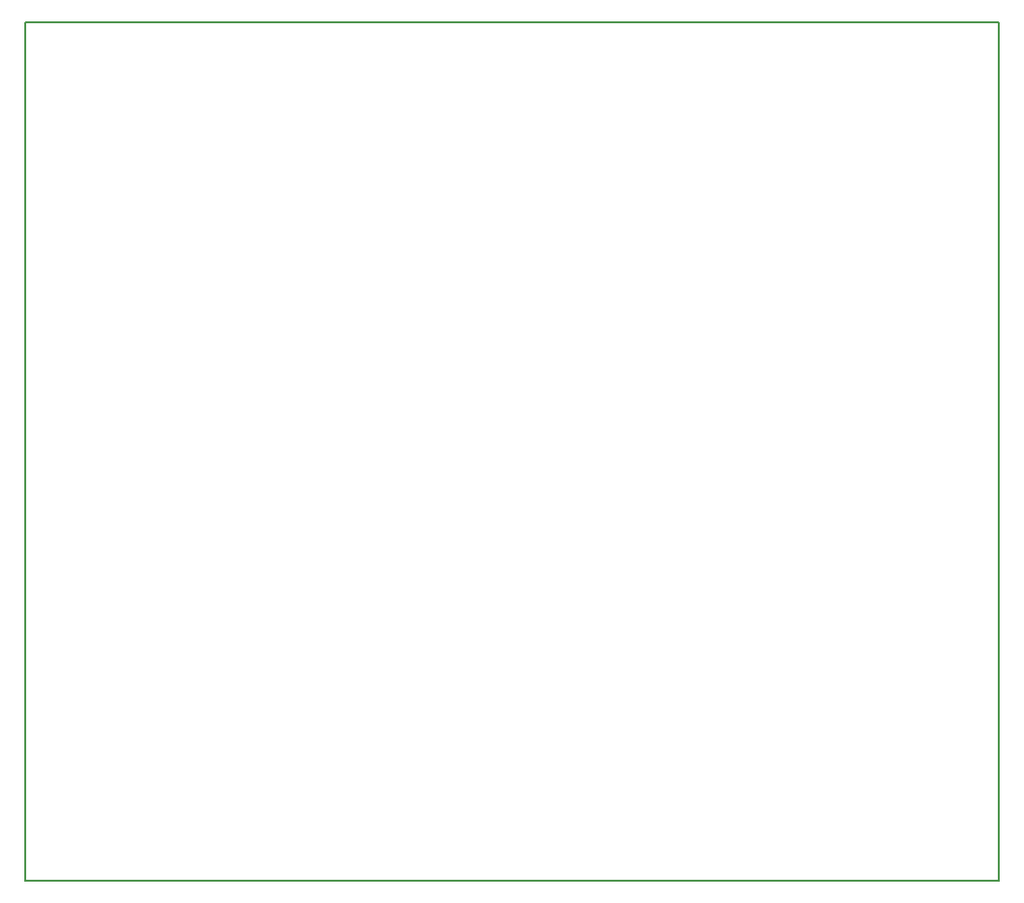
<source format=gbr>
G04 #@! TF.GenerationSoftware,KiCad,Pcbnew,(5.0.2)-1*
G04 #@! TF.CreationDate,2019-01-30T16:57:35+01:00*
G04 #@! TF.ProjectId,LampeSolaire,4c616d70-6553-46f6-9c61-6972652e6b69,4*
G04 #@! TF.SameCoordinates,Original*
G04 #@! TF.FileFunction,Profile,NP*
%FSLAX46Y46*%
G04 Gerber Fmt 4.6, Leading zero omitted, Abs format (unit mm)*
G04 Created by KiCad (PCBNEW (5.0.2)-1) date 30.01.2019 16:57:35*
%MOMM*%
%LPD*%
G01*
G04 APERTURE LIST*
%ADD10C,0.150000*%
G04 APERTURE END LIST*
D10*
X57500000Y-119500000D02*
X57500000Y-44500000D01*
X142500000Y-119500000D02*
X57500000Y-119500000D01*
X142500000Y-44500000D02*
X142500000Y-119500000D01*
X142500000Y-44500000D02*
X57500000Y-44500000D01*
M02*

</source>
